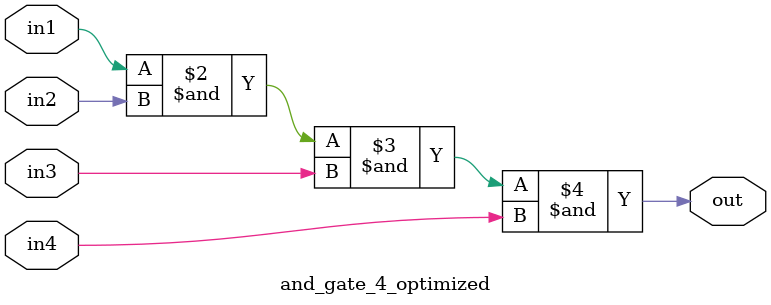
<source format=sv>
module and_gate_4_delay (
    input  wire a,  // Input A
    input  wire b,  // Input B
    input  wire c,  // Input C
    input  wire d,  // Input D
    output wire y   // Output Y
);
    // Direct AND operation with delay in single module
    and_gate_4_optimized u_and_final (
        .in1(a),
        .in2(b),
        .in3(c),
        .in4(d),
        .out(y)
    );
endmodule

// Optimized 4-input AND gate with delay
module and_gate_4_optimized (
    input  wire in1,  // First input
    input  wire in2,  // Second input
    input  wire in3,  // Third input
    input  wire in4,  // Fourth input
    output reg  out   // Output with delay
);
    // Single AND operation reduces logic depth and improves timing
    always @(in1, in2, in3, in4) begin
        #3 out = in1 & in2 & in3 & in4;  // 4-input AND with 3-time unit delay
    end
endmodule
</source>
